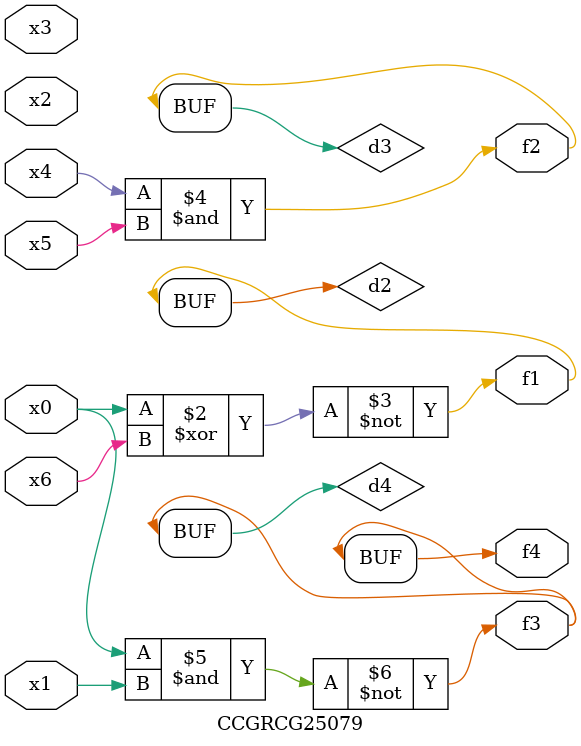
<source format=v>
module CCGRCG25079(
	input x0, x1, x2, x3, x4, x5, x6,
	output f1, f2, f3, f4
);

	wire d1, d2, d3, d4;

	nor (d1, x0);
	xnor (d2, x0, x6);
	and (d3, x4, x5);
	nand (d4, x0, x1);
	assign f1 = d2;
	assign f2 = d3;
	assign f3 = d4;
	assign f4 = d4;
endmodule

</source>
